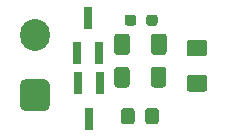
<source format=gbr>
%TF.GenerationSoftware,KiCad,Pcbnew,(5.1.9)-1*%
%TF.CreationDate,2021-01-09T16:59:08-05:00*%
%TF.ProjectId,jouleThief,6a6f756c-6554-4686-9965-662e6b696361,rev?*%
%TF.SameCoordinates,PX7e341b0PY5c0c740*%
%TF.FileFunction,Soldermask,Top*%
%TF.FilePolarity,Negative*%
%FSLAX46Y46*%
G04 Gerber Fmt 4.6, Leading zero omitted, Abs format (unit mm)*
G04 Created by KiCad (PCBNEW (5.1.9)-1) date 2021-01-09 16:59:08*
%MOMM*%
%LPD*%
G01*
G04 APERTURE LIST*
%ADD10R,0.800000X1.900000*%
%ADD11O,2.500000X2.700000*%
G04 APERTURE END LIST*
D10*
%TO.C,Q1*%
X8062000Y4294000D03*
X6162000Y4294000D03*
X7112000Y1294000D03*
%TD*%
%TO.C,L1*%
G36*
G01*
X13030000Y1974001D02*
X13030000Y1073999D01*
G75*
G02*
X12780001Y824000I-249999J0D01*
G01*
X12129999Y824000D01*
G75*
G02*
X11880000Y1073999I0J249999D01*
G01*
X11880000Y1974001D01*
G75*
G02*
X12129999Y2224000I249999J0D01*
G01*
X12780001Y2224000D01*
G75*
G02*
X13030000Y1974001I0J-249999D01*
G01*
G37*
G36*
G01*
X10980000Y1974001D02*
X10980000Y1073999D01*
G75*
G02*
X10730001Y824000I-249999J0D01*
G01*
X10079999Y824000D01*
G75*
G02*
X9830000Y1073999I0J249999D01*
G01*
X9830000Y1974001D01*
G75*
G02*
X10079999Y2224000I249999J0D01*
G01*
X10730001Y2224000D01*
G75*
G02*
X10980000Y1974001I0J-249999D01*
G01*
G37*
%TD*%
%TO.C,R2*%
G36*
G01*
X12356000Y4201000D02*
X12356000Y5451000D01*
G75*
G02*
X12606000Y5701000I250000J0D01*
G01*
X13406000Y5701000D01*
G75*
G02*
X13656000Y5451000I0J-250000D01*
G01*
X13656000Y4201000D01*
G75*
G02*
X13406000Y3951000I-250000J0D01*
G01*
X12606000Y3951000D01*
G75*
G02*
X12356000Y4201000I0J250000D01*
G01*
G37*
G36*
G01*
X9256000Y4201000D02*
X9256000Y5451000D01*
G75*
G02*
X9506000Y5701000I250000J0D01*
G01*
X10306000Y5701000D01*
G75*
G02*
X10556000Y5451000I0J-250000D01*
G01*
X10556000Y4201000D01*
G75*
G02*
X10306000Y3951000I-250000J0D01*
G01*
X9506000Y3951000D01*
G75*
G02*
X9256000Y4201000I0J250000D01*
G01*
G37*
%TD*%
%TO.C,C1*%
G36*
G01*
X13693500Y8270001D02*
X13693500Y6969999D01*
G75*
G02*
X13443501Y6720000I-249999J0D01*
G01*
X12618499Y6720000D01*
G75*
G02*
X12368500Y6969999I0J249999D01*
G01*
X12368500Y8270001D01*
G75*
G02*
X12618499Y8520000I249999J0D01*
G01*
X13443501Y8520000D01*
G75*
G02*
X13693500Y8270001I0J-249999D01*
G01*
G37*
G36*
G01*
X10568500Y8270001D02*
X10568500Y6969999D01*
G75*
G02*
X10318501Y6720000I-249999J0D01*
G01*
X9493499Y6720000D01*
G75*
G02*
X9243500Y6969999I0J249999D01*
G01*
X9243500Y8270001D01*
G75*
G02*
X9493499Y8520000I249999J0D01*
G01*
X10318501Y8520000D01*
G75*
G02*
X10568500Y8270001I0J-249999D01*
G01*
G37*
%TD*%
D11*
%TO.C,D1*%
X2540000Y8382000D03*
G36*
G01*
X3345000Y1952000D02*
X1735000Y1952000D01*
G75*
G02*
X1290000Y2397000I0J445000D01*
G01*
X1290000Y4207000D01*
G75*
G02*
X1735000Y4652000I445000J0D01*
G01*
X3345000Y4652000D01*
G75*
G02*
X3790000Y4207000I0J-445000D01*
G01*
X3790000Y2397000D01*
G75*
G02*
X3345000Y1952000I-445000J0D01*
G01*
G37*
%TD*%
%TO.C,D2*%
G36*
G01*
X16881000Y3605500D02*
X15631000Y3605500D01*
G75*
G02*
X15381000Y3855500I0J250000D01*
G01*
X15381000Y4780500D01*
G75*
G02*
X15631000Y5030500I250000J0D01*
G01*
X16881000Y5030500D01*
G75*
G02*
X17131000Y4780500I0J-250000D01*
G01*
X17131000Y3855500D01*
G75*
G02*
X16881000Y3605500I-250000J0D01*
G01*
G37*
G36*
G01*
X16881000Y6580500D02*
X15631000Y6580500D01*
G75*
G02*
X15381000Y6830500I0J250000D01*
G01*
X15381000Y7755500D01*
G75*
G02*
X15631000Y8005500I250000J0D01*
G01*
X16881000Y8005500D01*
G75*
G02*
X17131000Y7755500I0J-250000D01*
G01*
X17131000Y6830500D01*
G75*
G02*
X16881000Y6580500I-250000J0D01*
G01*
G37*
%TD*%
D10*
%TO.C,Q2*%
X7051000Y9858000D03*
X8001000Y6858000D03*
X6101000Y6858000D03*
%TD*%
%TO.C,R1*%
G36*
G01*
X10133500Y9414500D02*
X10133500Y9889500D01*
G75*
G02*
X10371000Y10127000I237500J0D01*
G01*
X10871000Y10127000D01*
G75*
G02*
X11108500Y9889500I0J-237500D01*
G01*
X11108500Y9414500D01*
G75*
G02*
X10871000Y9177000I-237500J0D01*
G01*
X10371000Y9177000D01*
G75*
G02*
X10133500Y9414500I0J237500D01*
G01*
G37*
G36*
G01*
X11958500Y9414500D02*
X11958500Y9889500D01*
G75*
G02*
X12196000Y10127000I237500J0D01*
G01*
X12696000Y10127000D01*
G75*
G02*
X12933500Y9889500I0J-237500D01*
G01*
X12933500Y9414500D01*
G75*
G02*
X12696000Y9177000I-237500J0D01*
G01*
X12196000Y9177000D01*
G75*
G02*
X11958500Y9414500I0J237500D01*
G01*
G37*
%TD*%
M02*

</source>
